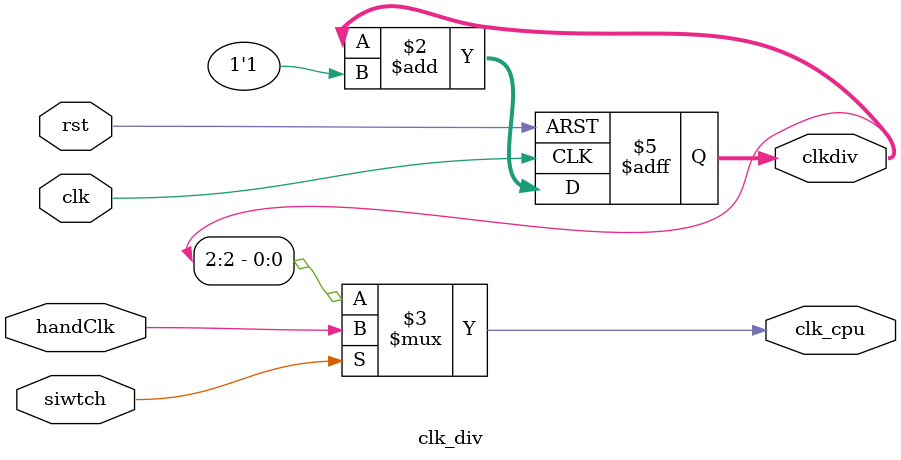
<source format=v>
`timescale 1ns / 1ps
module clk_div(
	input clk,
	input rst,
	input siwtch,   // CPUÊ±ÖÓÄ£Ê½ÇÐ»»
	input handClk,
	output reg [31:0] clkdiv,
	output clk_cpu
   );

	initial clkdiv = 32'b0;
	
	always @(posedge clk or posedge rst) begin
		if(rst) clkdiv <= 0;
		else clkdiv <= clkdiv +1'b1;
	end
	
	assign clk_cpu = siwtch ? handClk : clkdiv[2];
	
endmodule

</source>
